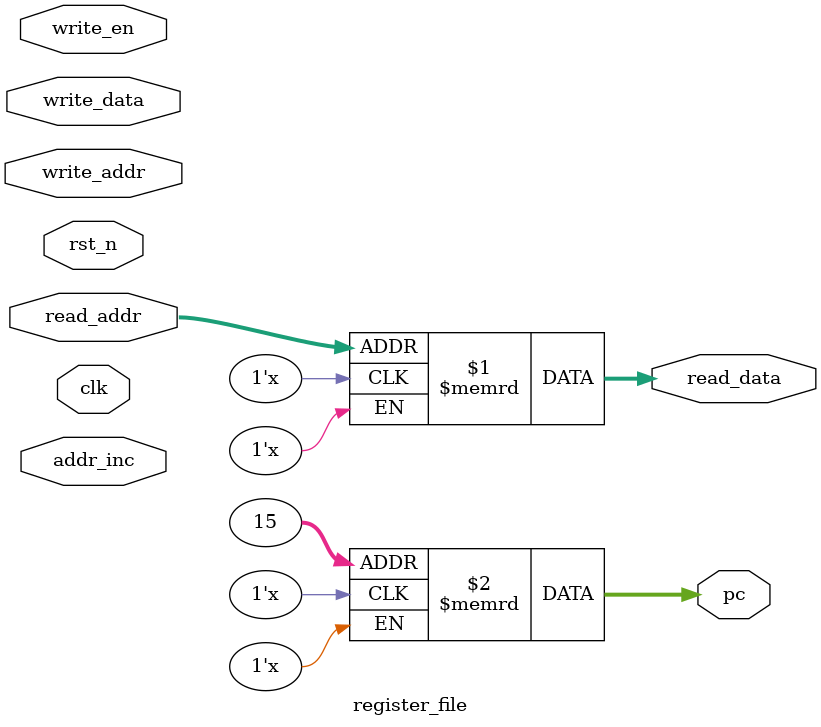
<source format=sv>
`timescale 1ns / 1ps


module register_file #(
    parameter int WIDTH    = 32,   // Bits per register
    parameter int NUM_REGS = 31    // Number of registers
)(
    input  logic                       clk,
    input  logic                       rst_n,
    input  logic                       write_en,   // Write enable
    input  logic [$clog2(NUM_REGS)-1:0] write_addr,// Register index to write
    input  logic [$clog2(NUM_REGS)-1:0] read_addr, // Register index to read
    input  logic [WIDTH-1:0]           write_data, // Data to write
    input  logic [WIDTH-1:0]           addr_inc, // Address incrementor
    output logic [WIDTH-1:0]           read_data,   // Data output
    output logic [WIDTH-1:0]           pc           // Program counter output
);

    logic [WIDTH-1:0] reg_d   [NUM_REGS];
    logic [WIDTH-1:0] reg_q   [NUM_REGS];
    logic             reg_load[NUM_REGS];

    // Generate registers
    genvar i;
    generate
        for (i = 0; i < NUM_REGS; i++) begin : gen_registers
            // Each register has its own load signal
            assign reg_load[i] = (write_en && (write_addr == i));

            // Instantiate the parameterized register
            // Register r15 is the PC
            register #(.WIDTH(WIDTH)) reg_inst (
                .clk   (clk),
                .rst_n (rst_n),
                .d     (write_data),
                .load  (reg_load[i]),
                .q     (reg_q[i])
            );
        end
    endgenerate

    // Read data output
    assign read_data = reg_q[read_addr];
    // Program counter output
    assign pc = reg_q[15];
    
endmodule
</source>
